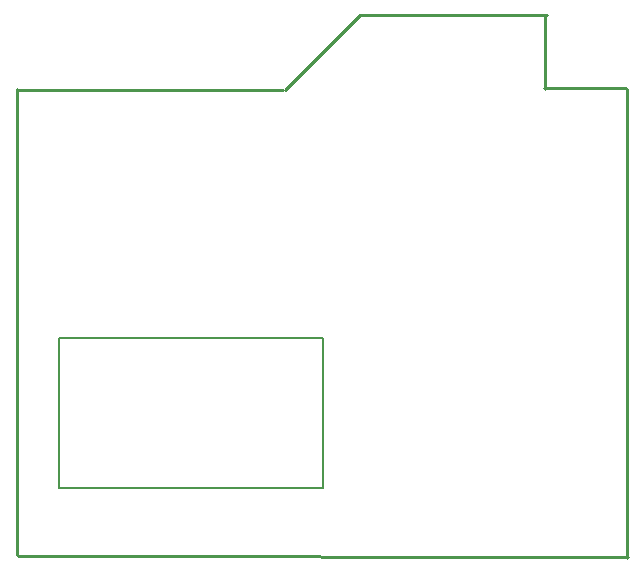
<source format=gbo>
G04 Layer_Color=32896*
%FSLAX25Y25*%
%MOIN*%
G70*
G01*
G75*
%ADD36C,0.01000*%
%ADD81C,0.00700*%
D36*
X437600Y266200D02*
X462500Y291100D01*
X463000D02*
X524900D01*
X524400Y266400D02*
Y290500D01*
X524000Y266600D02*
X551400D01*
X551700Y110100D02*
Y266500D01*
X348500Y110801D02*
X551800Y110400D01*
X348300Y111000D02*
Y266400D01*
X348200Y266000D02*
X436800D01*
D81*
X362300Y133300D02*
Y183300D01*
Y133300D02*
X450300D01*
Y183300D01*
X384300D02*
X428300D01*
X450300D01*
X362300D02*
X384300D01*
M02*

</source>
